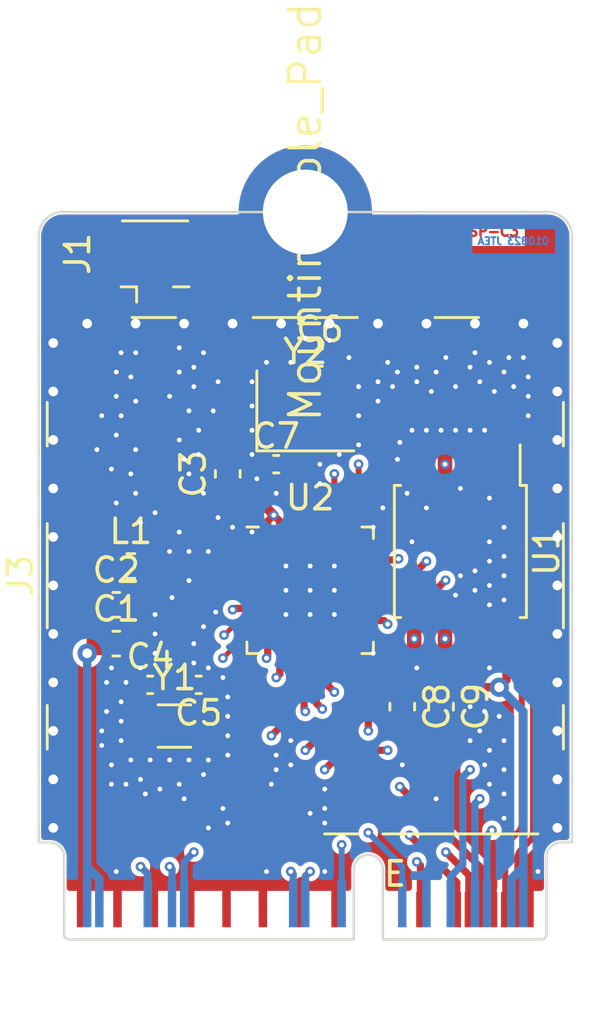
<source format=kicad_pcb>
(kicad_pcb (version 20211014) (generator pcbnew)
  (layers (0 "F.Cu" signal) (1 "In1.Cu" signal) (2 "In2.Cu" signal) (31 "B.Cu" signal) (34 "B.Paste" user) (35 "F.Paste" user) (36 "B.SilkS" user "B.Silkscreen") (37 "F.SilkS" user "F.Silkscreen") (38 "B.Mask" user) (39 "F.Mask" user) (44 "Edge.Cuts" user))
  (net 0 "")
  (net 1 "+3V3")
  (net 2 "GND")
  (net 3 "Net-(C4-Pad2)")
  (net 4 "Net-(C5-Pad2)")
  (net 5 "Net-(C6-Pad2)")
  (net 6 "Net-(C7-Pad2)")
  (net 7 "Net-(J1-Pad1)")
  (net 8 "ROM_CS")
  (net 9 "WKUP")
  (net 10 "Net-(L1-Pad2)")
  (net 11 "SCL")
  (net 12 "SDA")
  (net 13 "ROM_IO1")
  (net 14 "ROM_IO2")
  (net 15 "ROM_IO0")
  (net 16 "ROM_CLK")
  (net 17 "ROM_IO3")
  (net 18 "CHIP_EN")
  (net 19 "I2S_SCK")
  (net 20 "I2S_DOUT")
  (net 21 "I2S_WS")
  (net 22 "+3.3V")
  (net 23 "SPI_CLK")
  (net 24 "SPI_CS")
  (net 25 "USB_D-")
  (net 26 "USB_D+")
  (net 27 "RXD")
  (net 28 "TXD")
  (net 29 "SPI_MISO")
  (net 30 "SPI_MOSI")
  (footprint "Package_SO:SOIC-8_5.23x5.23mm_P1.27mm" (layer "F.Cu") (at 37.4 34 -90)
    (fp_text reference "U1")
    (fp_text value "W25Q32JVSS")
  )
  (footprint "Capacitor_SMD:C_0402_1005Metric" (layer "F.Cu") (at 24.6 39.5)
    (fp_text reference "C4")
    (fp_text value "7pF")
  )
  (footprint "RF_Shielding:Wuerth_36103205_20x20mm" (layer "F.Cu") (at 31 35 90)
    (fp_text reference "J3")
    (fp_text value "RFShield_OnePiece")
  )
  (footprint "Capacitor_SMD:C_0402_1005Metric" (layer "F.Cu") (at 29.8 30.4)
    (fp_text reference "C7")
    (fp_text value "15pF")
  )
  (footprint "Capacitor_SMD:C_0603_1608Metric" (layer "F.Cu") (at 23.2 36.2)
    (fp_text reference "C2")
    (fp_text value "0.1uF")
  )
  (footprint "Connector_PCBEdge_M.2:M.2_E" (layer "F.Cu") (at 31 50)
    (fp_text reference "J2" hide)
    (fp_text value "Bus_M.2_Socket_E")
    (fp_line (start 2 -2.9) (end 2 0) (layer "Edge.Cuts") (width 0.1))
    (fp_line (start 9.95 -0.2) (end 9.95 -3.4) (layer "Edge.Cuts") (width 0.1))
    (fp_line (start -9.95 -3.4) (end -9.95 -0.2) (layer "Edge.Cuts") (width 0.1))
    (fp_line (start -9.75 0) (end 2 0) (layer "Edge.Cuts") (width 0.1))
    (fp_line (start 3.2 0) (end 9.75 0) (layer "Edge.Cuts") (width 0.1))
    (fp_line (start 3.2 -2.9) (end 3.2 0) (layer "Edge.Cuts") (width 0.1))
    (fp_arc (start 2 -2.9) (mid 2.6 -3.5) (end 3.2 -2.9) (layer "Edge.Cuts") (width 0.1))
    (fp_arc (start -10.55 -4) (mid -10.125736 -3.824264) (end -9.95 -3.4) (layer "Edge.Cuts") (width 0.1))
    (fp_arc (start 9.95 -0.2) (mid 9.891421 -0.058579) (end 9.75 0) (layer "Edge.Cuts") (width 0.1))
    (fp_arc (start 9.95 -3.4) (mid 10.125736 -3.824264) (end 10.55 -4) (layer "Edge.Cuts") (width 0.1))
    (fp_arc (start -9.75 0) (mid -9.891421 -0.058579) (end -9.95 -0.2) (layer "Edge.Cuts") (width 0.1))
  )
  (footprint "Connector_Coaxial:U.FL_Hirose_U.FL-R-SMT-1_Vertical" (layer "F.Cu") (at 24.8 22.2 90)
    (fp_text reference "J1")
    (fp_text value "Conn_01x02")
  )
  (footprint "Package_DFN_QFN:QFN-32-1EP_5x5mm_P0.5mm_EP3.45x3.45mm_ThermalVias" (layer "F.Cu") (at 31.2 35.6)
    (fp_text reference "U2")
    (fp_text value "ESP32-C3")
  )
  (footprint "Capacitor_SMD:C_0603_1608Metric" (layer "F.Cu") (at 23.2 37.8)
    (fp_text reference "C1")
    (fp_text value "4.7uF")
  )
  (footprint "Capacitor_SMD:C_0402_1005Metric" (layer "F.Cu") (at 31.6 26)
    (fp_text reference "C6")
    (fp_text value "15pF")
  )
  (footprint "clipboard:b5ac07d7-f8d1-48bd-96f9-ddd14d7acfe7" (layer "F.Cu") (at 31 20 90)
    (fp_text reference "H1")
    (fp_text value "MountingHole_Pad")
  )
  (footprint "Crystal:Crystal_SMD_3215-2Pin_3.2x1.5mm" (layer "F.Cu") (at 25.6 41.2)
    (fp_text reference "Y1")
    (fp_text value "32.768kHz")
  )
  (footprint "Capacitor_SMD:C_0402_1005Metric" (layer "F.Cu") (at 26.6 39.5 180)
    (fp_text reference "C5")
    (fp_text value "7pF")
  )
  (footprint "Crystal:Crystal_SMD_3225-4Pin_3.2x2.5mm" (layer "F.Cu") (at 31 28.2)
    (fp_text reference "Y2")
    (fp_text value "40MHz")
  )
  (footprint "Inductor_SMD:L_0603_1608Metric" (layer "F.Cu") (at 23.8 34.6)
    (fp_text reference "L1")
    (fp_text value "2.2nH")
  )
  (footprint "Capacitor_SMD:C_0603_1608Metric" (layer "F.Cu") (at 35 40.4 -90)
    (fp_text reference "C8")
    (fp_text value "10uF")
  )
  (footprint "Capacitor_SMD:C_0603_1608Metric" (layer "F.Cu") (at 27.8 30.8 90)
    (fp_text reference "C3")
    (fp_text value "0.1uF")
  )
  (footprint "Capacitor_SMD:C_0603_1608Metric" (layer "F.Cu") (at 36.6 40.4 -90)
    (fp_text reference "C9")
    (fp_text value "0.1uF")
  )
  (gr_arc (start 20 21) (mid 20.292893 20.292893) (end 21 20) (layer "Edge.Cuts") (width 0.1))
  (gr_line (start 20.45 46) (end 20 46) (layer "Edge.Cuts") (width 0.1))
  (gr_arc (start 41 20) (mid 41.707107 20.292893) (end 42 21) (layer "Edge.Cuts") (width 0.1))
  (gr_line (start 41.55 46) (end 42 46) (layer "Edge.Cuts") (width 0.1))
  (gr_line (start 42 21) (end 42 46) (layer "Edge.Cuts") (width 0.1))
  (gr_line (start 21 20) (end 41 20) (layer "Edge.Cuts") (width 0.1))
  (gr_line (start 20 46) (end 20 21) (layer "Edge.Cuts") (width 0.1))
  (gr_text "MiniESP-C3" (at 38 20.8) (layer "F.Cu") (effects (font (size 0.4 0.4) (thickness 0.1))))
  (gr_text "010823 JTEA" (at 41.1 21.2) (layer "B.Cu") (effects (font (size 0.3 0.3) (thickness 0.075)) (justify left mirror)))
  (gr_text "E" (at 34.7 47.3) (layer "F.SilkS") (effects (font (size 1 1))))
  (segment (start 39.305 39.295) (end 39.305 37.6) (width 0.35) (layer "F.Cu") (net 1))
  (segment (start 39 39.6) (end 36.625 39.6) (width 0.35) (layer "F.Cu") (net 1))
  (segment (start 22.425 37.8) (end 22.425 35.1875) (width 0.6) (layer "F.Cu") (net 1))
  (segment (start 29.95 33.1625) (end 29.95 32.75) (width 0.3) (layer "F.Cu") (net 1))
  (segment (start 29.45 32.75) (end 29.7 32.5) (width 0.3) (layer "F.Cu") (net 1))
  (segment (start 28.775 31.575) (end 27.8 31.575) (width 0.4) (layer "F.Cu") (net 1))
  (segment (start 29.95 32.75) (end 29.7 32.5) (width 0.3) (layer "F.Cu") (net 1))
  (segment (start 22.425 35.1875) (end 23.0125 34.6) (width 0.6) (layer "F.Cu") (net 1))
  (segment (start 34.6 39.225) (end 34.6 38) (width 0.3) (layer "F.Cu") (net 1))
  (segment (start 36.625 39.6) (end 36.6 39.625) (width 0.35) (layer "F.Cu") (net 1))
  (segment (start 39 39.6) (end 39.305 39.295) (width 0.35) (layer "F.Cu") (net 1))
  (segment (start 29.45 33.1625) (end 29.45 32.75) (width 0.3) (layer "F.Cu") (net 1))
  (segment (start 36.6 39.625) (end 35 39.625) (width 0.35) (layer "F.Cu") (net 1))
  (segment (start 34.6 38) (end 33.95 37.35) (width 0.3) (layer "F.Cu") (net 1))
  (segment (start 29.7 32.5) (end 28.775 31.575) (width 0.4) (layer "F.Cu") (net 1))
  (segment (start 35 39.625) (end 34.6 39.225) (width 0.3) (layer "F.Cu") (net 1))
  (segment (start 33.95 37.35) (end 33.6375 37.35) (width 0.3) (layer "F.Cu") (net 1))
  (via (at 22 38.2) (size 0.8) (drill 0.4) (layers "F.Cu" "B.Cu") (net 1))
  (via (at 39 39.6) (size 0.8) (drill 0.4) (layers "F.Cu" "B.Cu") (net 1))
  (via (at 29.7 32.5) (size 0.4) (drill 0.2) (layers "F.Cu" "B.Cu") (net 1))
  (segment (start 22.5 48.525) (end 22.5 47.5) (width 0.35) (layer "B.Cu") (net 1))
  (segment (start 39.5 48.525) (end 39.5 47.5) (width 0.35) (layer "B.Cu") (net 1))
  (segment (start 39.5 47.5) (end 40 47) (width 0.35) (layer "B.Cu") (net 1))
  (segment (start 22.5 47.5) (end 22 47) (width 0.35) (layer "B.Cu") (net 1))
  (segment (start 22 48.525) (end 22 47) (width 0.35) (layer "B.Cu") (net 1))
  (segment (start 39 39.6) (end 40 40.6) (width 0.35) (layer "B.Cu") (net 1))
  (segment (start 40 47) (end 40 48.525) (width 0.35) (layer "B.Cu") (net 1))
  (segment (start 40 40.6) (end 40 47) (width 0.35) (layer "B.Cu") (net 1))
  (segment (start 22 47) (end 22 38.2) (width 0.35) (layer "B.Cu") (net 1))
  (segment (start 27.75 48.775) (end 27.75 47.85) (width 0.35) (layer "F.Cu") (net 2))
  (segment (start 26.25 48.775) (end 26.25 47.8) (width 0.35) (layer "F.Cu") (net 2))
  (segment (start 29.25 48.775) (end 29.25 47.85) (width 0.35) (layer "F.Cu") (net 2))
  (segment (start 30.75 48.775) (end 30.75 47.85) (width 0.35) (layer "F.Cu") (net 2))
  (segment (start 38.75 48.775) (end 38.75 47.8) (width 0.3) (layer "F.Cu") (net 2))
  (segment (start 24.75 48.775) (end 24.75 47.85) (width 0.35) (layer "F.Cu") (net 2))
  (segment (start 40.25 48.775) (end 40.25 47.8) (width 0.35) (layer "F.Cu") (net 2))
  (segment (start 21.75 48.775) (end 21.75 47.85) (width 0.35) (layer "F.Cu") (net 2))
  (segment (start 23.25 48.775) (end 23.25 47.85) (width 0.35) (layer "F.Cu") (net 2))
  (segment (start 32.25 48.775) (end 32.25 47.85) (width 0.35) (layer "F.Cu") (net 2))
  (via (at 28.8 27) (size 0.4) (drill 0.2) (layers "F.Cu" "B.Cu") (net 2))
  (via (at 41.4 43.4) (size 0.8) (drill 0.4) (layers "F.Cu" "B.Cu") (net 2))
  (via (at 39.2 36) (size 0.4) (drill 0.2) (layers "F.Cu" "B.Cu") (net 2))
  (via (at 31.6 31.2) (size 0.4) (drill 0.2) (layers "F.Cu" "B.Cu") (net 2))
  (via (at 39.6 27.2) (size 0.4) (drill 0.2) (layers "F.Cu" "B.Cu") (net 2))
  (via (at 37.4 31.4) (size 0.4) (drill 0.2) (layers "F.Cu" "B.Cu") (net 2))
  (via (at 20.6 25.4) (size 0.8) (drill 0.4) (layers "F.Cu" "B.Cu") (net 2))
  (via (at 23.2 27.6) (size 0.4) (drill 0.2) (layers "F.Cu" "B.Cu") (net 2))
  (via (at 23.2 32) (size 0.4) (drill 0.2) (layers "F.Cu" "B.Cu") (net 2))
  (via (at 24.4 44) (size 0.4) (drill 0.2) (layers "F.Cu" "B.Cu") (net 2))
  (via (at 20.6 41.4) (size 0.8) (drill 0.4) (layers "F.Cu" "B.Cu") (net 2))
  (via (at 38.6 42.2) (size 0.4) (drill 0.2) (layers "F.Cu" "B.Cu") (net 2))
  (via (at 26.2 34) (size 0.4) (drill 0.2) (layers "F.Cu" "B.Cu") (net 2))
  (via (at 31 25.2) (size 0.4) (drill 0.2) (layers "F.Cu" "B.Cu") (net 2))
  (via (at 23.8 30.8) (size 0.4) (drill 0.2) (layers "F.Cu" "B.Cu") (net 2))
  (via (at 39.4 26) (size 0.4) (drill 0.2) (layers "F.Cu" "B.Cu") (net 2))
  (via (at 38 35.6) (size 0.4) (drill 0.2) (layers "F.Cu" "B.Cu") (net 2))
  (via (at 41.4 41.4) (size 0.8) (drill 0.4) (layers "F.Cu" "B.Cu") (net 2))
  (via (at 25.4 27.6) (size 0.4) (drill 0.2) (layers "F.Cu" "B.Cu") (net 2))
  (via (at 36.6 29) (size 0.4) (drill 0.2) (layers "F.Cu" "B.Cu") (net 2))
  (via (at 23.2 26.6) (size 0.4) (drill 0.2) (layers "F.Cu" "B.Cu") (net 2))
  (via (at 33.8 33) (size 0.4) (drill 0.2) (layers "F.Cu" "B.Cu") (net 2))
  (via (at 26.4 27.2) (size 0.4) (drill 0.2) (layers "F.Cu" "B.Cu") (net 2))
  (via (at 29.8 42.4) (size 0.4) (drill 0.2) (layers "F.Cu" "B.Cu") (net 2))
  (via (at 41.4 27.4) (size 0.8) (drill 0.4) (layers "F.Cu" "B.Cu") (net 2))
  (via (at 20.6 27.4) (size 0.8) (drill 0.4) (layers "F.Cu" "B.Cu") (net 2))
  (via (at 37.8 26.4) (size 0.4) (drill 0.2) (layers "F.Cu" "B.Cu") (net 2))
  (via (at 23.2 29.2) (size 0.4) (drill 0.2) (layers "F.Cu" "B.Cu") (net 2))
  (via (at 34 27.8) (size 0.4) (drill 0.2) (layers "F.Cu" "B.Cu") (net 2))
  (via (at 26.4 37.8) (size 0.4) (drill 0.2) (layers "F.Cu" "B.Cu") (net 2))
  (via (at 29.6 43.6) (size 0.4) (drill 0.2) (layers "F.Cu" "B.Cu") (net 2))
  (via (at 32.4 30) (size 0.4) (drill 0.2) (layers "F.Cu" "B.Cu") (net 2))
  (via (at 38.4 29) (size 0.4) (drill 0.2) (layers "F.Cu" "B.Cu") (net 2))
  (via (at 40.6 47.2) (size 0.4) (drill 0.2) (layers "F.Cu" "B.Cu") (net 2))
  (via (at 22 24.6) (size 0.8) (drill 0.4) (layers "F.Cu" "B.Cu") (net 2))
  (via (at 38.6 36.2) (size 0.4) (drill 0.2) (layers "F.Cu" "B.Cu") (net 2))
  (via (at 25 43.8) (size 0.4) (drill 0.2) (layers "F.Cu" "B.Cu") (net 2))
  (via (at 20.6 45.4) (size 0.8) (drill 0.4) (layers "F.Cu" "B.Cu") (net 2))
  (via (at 22.8 39.4) (size 0.4) (drill 0.2) (layers "F.Cu" "B.Cu") (net 2))
  (via (at 28 33) (size 0.4) (drill 0.2) (layers "F.Cu" "B.Cu") (net 2))
  (via (at 27.8 41.6) (size 0.4) (drill 0.2) (layers "F.Cu" "B.Cu") (net 2))
  (via (at 38.8 27.4) (size 0.4) (drill 0.2) (layers "F.Cu" "B.Cu") (net 2))
  (via (at 22.4 29.8) (size 0.4) (drill 0.2) (layers "F.Cu" "B.Cu") (net 2))
  (via (at 35.2 31.6) (size 0.4) (drill 0.2) (layers "F.Cu" "B.Cu") (net 2))
  (via (at 23.4 41.8) (size 0.4) (drill 0.2) (layers "F.Cu" "B.Cu") (net 2))
  (via (at 30.4 41.8) (size 0.4) (drill 0.2) (layers "F.Cu" "B.Cu") (net 2))
  (via (at 38.2 27) (size 0.4) (drill 0.2) (layers "F.Cu" "B.Cu") (net 2))
  (via (at 40.2 28.4) (size 0.4) (drill 0.2) (layers "F.Cu" "B.Cu") (net 2))
  (via (at 31.8 43.8) (size 0.4) (drill 0.2) (layers "F.Cu" "B.Cu") (net 2))
  (via (at 30.4 26.2) (size 0.4) (drill 0.2) (layers "F.Cu" "B.Cu") (net 2))
  (via (at 28.8 28) (size 0.4) (drill 0.2) (layers "F.Cu" "B.Cu") (net 2))
  (via (at 41.4 29.4) (size 0.8) (drill 0.4) (layers "F.Cu" "B.Cu") (net 2))
  (via (at 38.6 38.8) (size 0.4) (drill 0.2) (layers "F.Cu" "B.Cu") (net 2))
  (via (at 25.4 42.6) (size 0.4) (drill 0.2) (layers "F.Cu" "B.Cu") (net 2))
  (via (at 38.6 33.6) (size 0.4) (drill 0.2) (layers "F.Cu" "B.Cu") (net 2))
  (via (at 41.4 33.4) (size 0.8) (drill 0.4) (layers "F.Cu" "B.Cu") (net 2))
  (via (at 23 43.6) (size 0.4) (drill 0.2) (layers "F.Cu" "B.Cu") (net 2))
  (via (at 23 42.8) (size 0.4) (drill 0.2) (layers "F.Cu" "B.Cu") (net 2))
  (via (at 29.8 43) (size 0.4) (drill 0.2) (layers "F.Cu" "B.Cu") (net 2))
  (via (at 39.2 33) (size 0.4) (drill 0.2) (layers "F.Cu" "B.Cu") (net 2))
  (via (at 38.4 42.8) (size 0.4) (drill 0.2) (layers "F.Cu" "B.Cu") (net 2))
  (via (at 26.4 38.6) (size 0.4) (drill 0.2) (layers "F.Cu" "B.Cu") (net 2))
  (via (at 27.4 32.6) (size 0.4) (drill 0.2) (layers "F.Cu" "B.Cu") (net 2))
  (via (at 23.8 42.6) (size 0.4) (drill 0.2) (layers "F.Cu" "B.Cu") (net 2))
  (via (at 35.6 26.4) (size 0.4) (drill 0.2) (layers "F.Cu" "B.Cu") (net 2))
  (via (at 37.8 41.8) (size 0.4) (drill 0.2) (layers "F.Cu" "B.Cu") (net 2))
  (via (at 24.8 36.6) (size 0.4) (drill 0.2) (layers "F.Cu" "B.Cu") (net 2))
  (via (at 39.2 34.2) (size 0.4) (drill 0.2) (layers "F.Cu" "B.Cu") (net 2))
  (via (at 29.8 31.6) (size 0.4) (drill 0.2) (layers "F.Cu" "B.Cu") (net 2))
  (via (at 27.8 40) (size 0.4) (drill 0.2) (layers "F.Cu" "B.Cu") (net 2))
  (via (at 27 42.6) (size 0.4) (drill 0.2) (layers "F.Cu" "B.Cu") (net 2))
  (via (at 37.8 40.4) (size 0.4) (drill 0.2) (layers "F.Cu" "B.Cu") (net 2))
  (via (at 28.8 30) (size 0.4) (drill 0.2) (layers "F.Cu" "B.Cu") (net 2))
  (via (at 26.2 35.2) (size 0.4) (drill 0.2) (layers "F.Cu" "B.Cu") (net 2))
  (via (at 24.2 43.4) (size 0.4) (drill 0.2) (layers "F.Cu" "B.Cu") (net 2))
  (via (at 26.6 29) (size 0.4) (drill 0.2) (layers "F.Cu" "B.Cu") (net 2))
  (via (at 25.4 34) (size 0.4) (drill 0.2) (layers "F.Cu" "B.Cu") (net 2))
  (via (at 20.6 37.4) (size 0.8) (drill 0.4) (layers "F.Cu" "B.Cu") (net 2))
  (via (at 27.8 45.2) (size 0.4) (drill 0.2) (layers "F.Cu" "B.Cu") (net 2))
  (via (at 37.8 29) (size 0.4) (drill 0.2) (layers "F.Cu" "B.Cu") (net 2))
  (via (at 38.6 31.8) (size 0.4) (drill 0.2) (layers "F.Cu" "B.Cu") (net 2))
  (via (at 36.4 26.6) (size 0.4) (drill 0.2) (layers "F.Cu" "B.Cu") (net 2))
  (via (at 35.6 27) (size 0.4) (drill 0.2) (layers "F.Cu" "B.Cu") (net 2))
  (via (at 31.6 30.4) (size 0.4) (drill 0.2) (layers "F.Cu" "B.Cu") (net 2))
  (via (at 28.8 29) (size 0.4) (drill 0.2) (layers "F.Cu" "B.Cu") (net 2))
  (via (at 29 31) (size 0.4) (drill 0.2) (layers "F.Cu" "B.Cu") (net 2))
  (via (at 30 24.6) (size 0.8) (drill 0.4) (layers "F.Cu" "B.Cu") (net 2))
  (via (at 26.8 25.8) (size 0.4) (drill 0.2) (layers "F.Cu" "B.Cu") (net 2))
  (via (at 26.2 30.8) (size 0.4) (drill 0.2) (layers "F.Cu" "B.Cu") (net 2))
  (via (at 33.2 28.4) (size 0.4) (drill 0.2) (layers "F.Cu" "B.Cu") (net 2))
  (via (at 26.4 26.4) (size 0.4) (drill 0.2) (layers "F.Cu" "B.Cu") (net 2))
  (via (at 39.2 35) (size 0.4) (drill 0.2) (layers "F.Cu" "B.Cu") (net 2))
  (via (at 36 24.6) (size 0.8) (drill 0.4) (layers "F.Cu" "B.Cu") (net 2))
  (via (at 24 29.8) (size 0.4) (drill 0.2) (layers "F.Cu" "B.Cu") (net 2))
  (via (at 23.6 39.4) (size 0.4) (drill 0.2) (layers "F.Cu" "B.Cu") (net 2))
  (via (at 24 27.8) (size 0.4) (drill 0.2) (layers "F.Cu" "B.Cu") (net 2))
  (via (at 41.4 39.4) (size 0.8) (drill 0.4) (layers "F.Cu" "B.Cu") (net 2))
  (via (at 29.4 26.2) (size 0.4) (drill 0.2) (layers "F.Cu" "B.Cu") (net 2))
  (via (at 33.2 29.6) (size 0.4) (drill 0.2) (layers "F.Cu" "B.Cu") (net 2))
  (via (at 31.8 44.6) (size 0.4) (drill 0.2) (layers "F.Cu" "B.Cu") (net 2))
  (via (at 40 26) (size 0.4) (drill 0.2) (layers "F.Cu" "B.Cu") (net 2))
  (via (at 35.4 29) (size 0.4) (drill 0.2) (layers "F.Cu" "B.Cu") (net 2))
  (via (at 25.8 25.6) (size 0.4) (drill 0.2) (layers "F.Cu" "B.Cu") (net 2))
  (via (at 39.2 41.8) (size 0.4) (drill 0.2) (layers "F.Cu" "B.Cu") (net 2))
  (via (at 23.4 40.2) (size 0.4) (drill 0.2) (layers "F.Cu" "B.Cu") (net 2))
  (via (at 34 24.6) (size 0.8) (drill 0.4) (layers "F.Cu" "B.Cu") (net 2))
  (via (at 34.4 26.2) (size 0.4) (drill 0.2) (layers "F.Cu" "B.Cu") (net 2))
  (via (at 22.8 40.6) (size 0.4) (drill 0.2) (layers "F.Cu" "B.Cu") (net 2))
  (via (at 41.4 25.4) (size 0.8) (drill 0.4) (layers "F.Cu" "B.Cu") (net 2))
  (via (at 38.6 35.4) (size 0.4) (drill 0.2) (layers "F.Cu" "B.Cu") (net 2))
  (via (at 28 24.6) (size 0.8) (drill 0.4) (layers "F.Cu" "B.Cu") (net 2))
  (via (at 27.3 36.5) (size 0.4) (drill 0.2) (layers "F.Cu" "B.Cu") (net 2))
  (via (at 35.4 33.6) (size 0.4) (drill 0.2) (layers "F.Cu" "B.Cu") (net 2))
  (via (at 34.2 32.2) (size 0.4) (drill 0.2) (layers "F.Cu" "B.Cu") (net 2))
  (via (at 38 25.8) (size 0.4) (drill 0.2) (layers "F.Cu" "B.Cu") (net 2))
  (via (at 32 25.2905) (size 0.4) (drill 0.2) (layers "F.Cu" "B.Cu") (net 2))
  (via (at 38 34.8) (size 0.4) (drill 0.2) (layers "F.Cu" "B.Cu") (net 2))
  (via (at 38.6 43.6) (size 0.4) (drill 0.2) (layers "F.Cu" "B.Cu") (net 2))
  (via (at 22.6 42) (size 0.4) (drill 0.2) (layers "F.Cu" "B.Cu") (net 2))
  (via (at 25.8 43.6) (size 0.4) (drill 0.2) (layers "F.Cu" "B.Cu") (net 2))
  (via (at 40.2 27.6) (size 0.4) (drill 0.2) (layers "F.Cu" "B.Cu") (net 2))
  (via (at 23.2 47.2) (size 0.4) (drill 0.2) (layers "F.Cu" "B.Cu") (net 2))
  (via (at 37.2 27.2) (size 0.4) (drill 0.2) (layers "F.Cu" "B.Cu") (net 2))
  (via (at 26.6 30) (size 0.4) (drill 0.2) (layers "F.Cu" "B.Cu") (net 2))
  (via (at 27 45.4) (size 0.4) (drill 0.2) (layers "F.Cu" "B.Cu") (net 2))
  (via (at 31.8 47.2) (size 0.4) (drill 0.2) (layers "F.Cu" "B.Cu") (net 2))
  (via (at 20.6 29.4) (size 0.8) (drill 0.4) (layers "F.Cu" "B.Cu") (net 2))
  (via (at 25.8 26.6) (size 0.4) (drill 0.2) (layers "F.Cu" "B.Cu") (net 2))
  (via (at 35 42.8) (size 0.4) (drill 0.2) (layers "F.Cu" "B.Cu") (net 2))
  (via (at 26.8 43.2) (size 0.4) (drill 0.2) (layers "F.Cu" "B.Cu") (net 2))
  (via (at 31.2 44.8) (size 0.4) (drill 0.2) (layers "F.Cu" "B.Cu") (net 2))
  (via (at 36 32.2) (size 0.4) (drill 0.2) (layers "F.Cu" "B.Cu") (net 2))
  (via (at 20.6 31.4) (size 0.8) (drill 0.4) (layers "F.Cu" "B.Cu") (net 2))
  (via (at 39.2 26.6) (size 0.4) (drill 0.2) (layers "F.Cu" "B.Cu") (net 2))
  (via (at 24.2 38.8) (size 0.4) (drill 0.2) (layers "F.Cu" "B.Cu") (net 2))
  (via (at 26.2 28.2) (size 0.4) (drill 0.2) (layers "F.Cu" "B.Cu") (net 2))
  (via (at 39.2 43) (size 0.4) (drill 0.2) (layers "F.Cu" "B.Cu") (net 2))
  (via (at 33.8 38.2) (size 0.4) (drill 0.2) (layers "F.Cu" "B.Cu") (net 2))
  (via (at 36.8 26) (size 0.4) (drill 0.2) (layers "F.Cu" "B.Cu") (net 2))
  (via (at 39.2 44) (size 0.4) (drill 0.2) (layers "F.Cu" "B.Cu") (net 2))
  (via (at 26.2 42.6) (size 0.4) (drill 0.2) (layers "F.Cu" "B.Cu") (net 2))
  (via (at 38.6 26.2) (size 0.4) (drill 0.2) (layers "F.Cu" "B.Cu") (net 2))
  (via (at 23 30.6) (size 0.4) (drill 0.2) (layers "F.Cu" "B.Cu") (net 2))
  (via (at 40 24.6) (size 0.8) (drill 0.4) (layers "F.Cu" "B.Cu") (net 2))
  (via (at 23 38.8) (size 0.4) (drill 0.2) (layers "F.Cu" "B.Cu") (net 2))
  (via (at 40.2 26.8) (size 0.4) (drill 0.2) (layers "F.Cu" "B.Cu") (net 2))
  (via (at 22.6 41.4) (size 0.4) (drill 0.2) (layers "F.Cu" "B.Cu") (net 2))
  (via (at 37.4 35) (size 0.4) (drill 0.2) (layers "F.Cu" "B.Cu") (net 2))
  (via (at 24.8 32.4) (size 0.4) (drill 0.2) (layers "F.Cu" "B.Cu") (net 2))
  (via (at 23.8 26.8) (size 0.4) (drill 0.2) (layers "F.Cu" "B.Cu") (net 2))
  (via (at 27.6 39.2) (size 0.4) (drill 0.2) (layers "F.Cu" "B.Cu") (net 2))
  (via (at 20.6 35.4) (size 0.8) (drill 0.4) (layers "F.Cu" "B.Cu") (net 2))
  (via (at 35.6 38.8) (size 0.4) (drill 0.2) (layers "F.Cu" "B.Cu") (net 2))
  (via (at 36.2 27.4) (size 0.4) (drill 0.2) (layers "F.Cu" "B.Cu") (net 2))
  (via (at 26 30.2) (size 0.4) (drill 0.2) (layers "F.Cu" "B.Cu") (net 2))
  (via (at 27 34) (size 0.4) (drill 0.2) (layers "F.Cu" "B.Cu") (net 2))
  (via (at 32 24.6) (size 0.8) (drill 0.4) (layers "F.Cu" "B.Cu") (net 2))
  (via (at 30.4 42.8) (size 0.4) (drill 0.2) (layers "F.Cu" "B.Cu") (net 2))
  (via (at 34 27) (size 0.4) (drill 0.2) (layers "F.Cu" "B.Cu") (net 2))
  (via (at 25.8 29.4) (size 0.4) (drill 0.2) (layers "F.Cu" "B.Cu") (net 2))
  (via (at 24.8 38.2) (size 0.4) (drill 0.2) (layers "F.Cu" "B.Cu") (net 2))
  (via (at 34.8 26.6) (size 0.4) (drill 0.2) (layers "F.Cu" "B.Cu") (net 2))
  (via (at 36 29) (size 0.4) (drill 0.2) (layers "F.Cu" "B.Cu") (net 2))
  (via (at 27 38.8) (size 0.4) (drill 0.2) (layers "F.Cu" "B.Cu") (net 2))
  (via (at 37.2 35.8) (size 0.4) (drill 0.2) (layers "F.Cu" "B.Cu") (net 2))
  (via (at 38.2 41.4) (size 0.4) (drill 0.2) (layers "F.Cu" "B.Cu") (net 2))
  (via (at 39 40.8) (size 0.4) (drill 0.2) (layers "F.Cu" "B.Cu") (net 2))
  (via (at 23.4 25.8) (size 0.4) (drill 0.2) (layers "F.Cu" "B.Cu") (net 2))
  (via (at 24 31.6) (size 0.4) (drill 0.2) (layers "F.Cu" "B.Cu") (net 2))
  (via (at 38.4 40.6) (size 0.4) (drill 0.2) (layers "F.Cu" "B.Cu") (net 2))
  (via (at 28.8 33.2) (size 0.4) (drill 0.2) (layers "F.Cu" "B.Cu") (net 2))
  (via (at 34.8 30.2) (size 0.4) (drill 0.2) (layers "F.Cu" "B.Cu") (net 2))
  (via (at 26.8 31.6) (size 0.4) (drill 0.2) (layers "F.Cu" "B.Cu") (net 2))
  (via (at 27.4 27) (size 0.4) (drill 0.2) (layers "F.Cu" "B.Cu") (net 2))
  (via (at 34.9 29.5) (size 0.4) (drill 0.2) (layers "F.Cu" "B.Cu") (net 2))
  (via (at 24.2 32.8) (size 0.4) (drill 0.2) (layers "F.Cu" "B.Cu") (net 2))
  (via (at 27.8 40.8) (size 0.4) (drill 0.2) (layers "F.Cu" "B.Cu") (net 2))
  (via (at 39.2 45) (size 0.4) (drill 0.2) (layers "F.Cu" "B.Cu") (net 2))
  (via (at 26.8 37.1) (size 0.4) (drill 0.2) (layers "F.Cu" "B.Cu") (net 2))
  (via (at 41.4 37.4) (size 0.8) (drill 0.4) (layers "F.Cu" "B.Cu") (net 2))
  (via (at 32.8 26) (size 0.4) (drill 0.2) (layers "F.Cu" "B.Cu") (net 2))
  (via (at 26 24.6) (size 0.8) (drill 0.4) (layers "F.Cu" "B.Cu") (net 2))
  (via (at 31.8 45.2) (size 0.4) (drill 0.2) (layers "F.Cu" "B.Cu") (net 2))
  (via (at 23.6 43.6) (size 0.4) (drill 0.2) (layers "F.Cu" "B.Cu") (net 2))
  (via (at 24 24.6) (size 0.8) (drill 0.4) (layers "F.Cu" "B.Cu") (net 2))
  (via (at 34.6 27.2) (size 0.4) (drill 0.2) (layers "F.Cu" "B.Cu") (net 2))
  (via (at 41.4 35.4) (size 0.8) (drill 0.4) (layers "F.Cu" "B.Cu") (net 2))
  (via (at 25.5 35.9) (size 0.4) (drill 0.2) (layers "F.Cu" "B.Cu") (net 2))
  (via (at 33.2 27.2) (size 0.4) (drill 0.2) (layers "F.Cu" "B.Cu") (net 2))
  (via (at 22.6 28.4) (size 0.4) (drill 0.2) (layers "F.Cu" "B.Cu") (net 2))
  (via (at 38 24.6) (size 0.8) (drill 0.4) (layers "F.Cu" "B.Cu") (net 2))
  (via (at 27.8 42.4) (size 0.4) (drill 0.2) (layers "F.Cu" "B.Cu") (net 2))
  (via (at 23.4 41) (size 0.4) (drill 0.2) (layers "F.Cu" "B.Cu") (net 2))
  (via (at 38.6 34.4) (size 0.4) (drill 0.2) (layers "F.Cu" "B.Cu") (net 2))
  (via (at 36.4 44.2) (size 0.4) (drill 0.2) (layers "F.Cu" "B.Cu") (net 2))
  (via (at 29.4 47.2) (size 0.4) (drill 0.2) (layers "F.Cu" "B.Cu") (net 2))
  (via (at 24 25.8) (size 0.4) (drill 0.2) (layers "F.Cu" "B.Cu") (net 2))
  (via (at 37.2 29) (size 0.4) (drill 0.2) (layers "F.Cu" "B.Cu") (net 2))
  (via (at 27.6 44.6) (size 0.4) (drill 0.2) (layers "F.Cu" "B.Cu") (net 2))
  (via (at 24.8 37.4) (size 0.4) (drill 0.2) (layers "F.Cu" "B.Cu") (net 2))
  (via (at 25.8 33.2) (size 0.4) (drill 0.2) (layers "F.Cu" "B.Cu") (net 2))
  (via (at 20.6 43.4) (size 0.8) (drill 0.4) (layers "F.Cu" "B.Cu") (net 2))
  (via (at 20.6 33.4) (size 0.8) (drill 0.4) (layers "F.Cu" "B.Cu") (net 2))
  (via (at 20.6 39.4) (size 0.8) (drill 0.4) (layers "F.Cu" "B.Cu") (net 2))
  (via (at 41.4 45.4) (size 0.8) (drill 0.4) (layers "F.Cu" "B.Cu") (net 2))
  (via (at 27.2 28.2) (size 0.4) (drill 0.2) (layers "F.Cu" "B.Cu") (net 2))
  (via (at 24.6 42.6) (size 0.4) (drill 0.2) (layers "F.Cu" "B.Cu") (net 2))
  (via (at 41.4 31.4) (size 0.8) (drill 0.4) (layers "F.Cu" "B.Cu") (net 2))
  (via (at 23.4 28.4) (size 0.4) (drill 0.2) (layers "F.Cu" "B.Cu") (net 2))
  (via (at 26 44.2) (size 0.4) (drill 0.2) (layers "F.Cu" "B.Cu") (net 2))
  (segment (start 36 48.525) (end 36 47.4) (width 0.35) (layer "B.Cu") (net 2))
  (segment (start 25.08 39.5) (end 25.35 39.23) (width 0.3) (layer "F.Cu") (net 3))
  (segment (start 25.35 39.23) (end 25.35 36.942894) (width 0.3) (layer "F.Cu") (net 3))
  (segment (start 26.942894 35.35) (end 28.7625 35.35) (width 0.3) (layer "F.Cu") (net 3))
  (segment (start 24.35 41.2) (end 25.08 40.47) (width 0.3) (layer "F.Cu") (net 3))
  (segment (start 25.08 40.47) (end 25.08 39.5) (width 0.3) (layer "F.Cu") (net 3))
  (segment (start 25.35 36.942894) (end 26.942894 35.35) (width 0.3) (layer "F.Cu") (net 3))
  (segment (start 26.12 39.5) (end 25.85 39.23) (width 0.3) (layer "F.Cu") (net 4))
  (segment (start 25.85 39.23) (end 25.85 37.15) (width 0.3) (layer "F.Cu") (net 4))
  (segment (start 25.85 37.15) (end 27.15 35.85) (width 0.3) (layer "F.Cu") (net 4))
  (segment (start 26.12 40.47) (end 26.12 39.5) (width 0.3) (layer "F.Cu") (net 4))
  (segment (start 26.85 41.2) (end 26.12 40.47) (width 0.3) (layer "F.Cu") (net 4))
  (segment (start 27.15 35.85) (end 28.7625 35.85) (width 0.3) (layer "F.Cu") (net 4))
  (segment (start 32 27.35) (end 32.1 27.35) (width 0.3) (layer "F.Cu") (net 5))
  (segment (start 32.1 26.02) (end 32.08 26) (width 0.3) (layer "F.Cu") (net 5))
  (segment (start 32.1 27.35) (end 32.1 26.02) (width 0.3) (layer "F.Cu") (net 5))
  (segment (start 30.95 28.4) (end 32 27.35) (width 0.3) (layer "F.Cu") (net 5))
  (segment (start 30.95 33.1625) (end 30.95 28.4) (width 0.3) (layer "F.Cu") (net 5))
  (segment (start 30.45 33.1625) (end 30.45 29.6) (width 0.3) (layer "F.Cu") (net 6))
  (segment (start 30.45 29.6) (end 29.9 29.05) (width 0.3) (layer "F.Cu") (net 6))
  (segment (start 24.8 30.171573) (end 24.8 23.25) (width 0.3) (layer "F.Cu") (net 7))
  (segment (start 28.7625 33.85) (end 28.478427 33.85) (width 0.3) (layer "F.Cu") (net 7))
  (segment (start 27.064213 33.264213) (end 25.385786 31.585786) (width 0.3) (layer "F.Cu") (net 7))
  (arc (start 28.478427 33.85) (mid 27.71306 33.697759) (end 27.064213 33.264213) (width 0.3) (layer "F.Cu") (net 7))
  (arc (start 25.385786 31.585786) (mid 24.952241 30.93694) (end 24.8 30.171573) (width 0.3) (layer "F.Cu") (net 7))
  (segment (start 39.305 31.895) (end 39.305 30.4) (width 0.3) (layer "F.Cu") (net 8))
  (segment (start 33.6375 35.35) (end 35.85 35.35) (width 0.3) (layer "F.Cu") (net 8))
  (segment (start 35.85 35.35) (end 39.305 31.895) (width 0.3) (layer "F.Cu") (net 8))
  (segment (start 27.6 38.4) (end 28.65 37.35) (width 0.2) (layer "F.Cu") (net 9))
  (segment (start 28.65 37.35) (end 28.7625 37.35) (width 0.2) (layer "F.Cu") (net 9))
  (via (at 27.6 38.4) (size 0.4) (drill 0.2) (layers "F.Cu" "B.Cu") (net 9))
  (via (at 30.4 47.2) (size 0.4) (drill 0.2) (layers "F.Cu" "B.Cu") (net 9))
  (segment (start 30.5 48.525) (end 30.5 47.3) (width 0.3) (layer "B.Cu") (net 9))
  (segment (start 30.5 47.3) (end 30.4 47.2) (width 0.3) (layer "B.Cu") (net 9))
  (segment (start 24.5875 34.6) (end 28 34.6) (width 0.4) (layer "F.Cu") (net 10))
  (segment (start 28 34.6) (end 28.25 34.85) (width 0.3) (layer "F.Cu") (net 10))
  (segment (start 28 34.6) (end 28.25 34.35) (width 0.3) (layer "F.Cu") (net 10))
  (segment (start 28.25 34.35) (end 28.7625 34.35) (width 0.3) (layer "F.Cu") (net 10))
  (segment (start 28.25 34.85) (end 28.7625 34.85) (width 0.3) (layer "F.Cu") (net 10))
  (segment (start 34.4 42.2) (end 32.6 42.2) (width 0.3) (layer "F.Cu") (net 11))
  (segment (start 32.6 42.2) (end 31.8 43) (width 0.3) (layer "F.Cu") (net 11))
  (segment (start 33.6375 36.85) (end 34.25 36.85) (width 0.3) (layer "F.Cu") (net 11))
  (segment (start 34.25 36.85) (end 34.4 37) (width 0.3) (layer "F.Cu") (net 11))
  (via (at 34.4 37) (size 0.4) (drill 0.2) (layers "F.Cu" "B.Cu") (net 11))
  (via (at 31.8 43) (size 0.4) (drill 0.2) (layers "F.Cu" "B.Cu") (net 11))
  (via (at 34.4 42.2) (size 0.4) (drill 0.2) (layers "F.Cu" "B.Cu") (net 11))
  (via (at 25.4 47) (size 0.4) (drill 0.2) (layers "F.Cu" "B.Cu") (net 11))
  (segment (start 25.4 47) (end 25.5 47.1) (width 0.3) (layer "B.Cu") (net 11))
  (segment (start 25.5 47.1) (end 25.5 48.525) (width 0.3) (layer "B.Cu") (net 11))
  (segment (start 32.45 38.0375) (end 32.45 39.25) (width 0.3) (layer "F.Cu") (net 12))
  (segment (start 32.45 39.25) (end 32.8 39.6) (width 0.3) (layer "F.Cu") (net 12))
  (segment (start 32.8 39.6) (end 32.8 40.4) (width 0.3) (layer "F.Cu") (net 12))
  (segment (start 32.8 40.4) (end 31 42.2) (width 0.3) (layer "F.Cu") (net 12))
  (via (at 26.4 46.4) (size 0.4) (drill 0.2) (layers "F.Cu" "B.Cu") (net 12))
  (via (at 31 42.2) (size 0.4) (drill 0.2) (layers "F.Cu" "B.Cu") (net 12))
  (segment (start 26 46.8) (end 26.4 46.4) (width 0.3) (layer "B.Cu") (net 12))
  (segment (start 26 48.525) (end 26 46.8) (width 0.3) (layer "B.Cu") (net 12))
  (segment (start 35.2 32.8) (end 36.9 32.8) (width 0.3) (layer "F.Cu") (net 13))
  (segment (start 38.035 31.665) (end 38.035 30.4) (width 0.3) (layer "F.Cu") (net 13))
  (segment (start 36.9 32.8) (end 38.035 31.665) (width 0.3) (layer "F.Cu") (net 13))
  (segment (start 34.15 33.85) (end 35.2 32.8) (width 0.3) (layer "F.Cu") (net 13))
  (segment (start 33.6375 33.85) (end 34.15 33.85) (width 0.3) (layer "F.Cu") (net 13))
  (segment (start 36.788556 35.188556) (end 36.127112 35.85) (width 0.3) (layer "F.Cu") (net 14))
  (segment (start 36.127112 35.85) (end 33.6375 35.85) (width 0.3) (layer "F.Cu") (net 14))
  (via (at 36.765 30.4) (size 0.4) (drill 0.2) (layers "F.Cu" "B.Cu") (net 14))
  (via (at 36.788556 35.188556) (size 0.4) (drill 0.2) (layers "F.Cu" "B.Cu") (net 14))
  (segment (start 34.8005 34.35) (end 33.6375 34.35) (width 0.3) (layer "F.Cu") (net 15))
  (segment (start 34.85 34.3005) (end 34.8005 34.35) (width 0.3) (layer "F.Cu") (net 15))
  (via (at 34.85 34.3005) (size 0.4) (drill 0.2) (layers "F.Cu" "B.Cu") (net 15))
  (via (at 35.495 37.6) (size 0.4) (drill 0.2) (layers "F.Cu" "B.Cu") (net 15))
  (segment (start 36 34.4) (end 35.55 34.85) (width 0.3) (layer "F.Cu") (net 16))
  (segment (start 35.55 34.85) (end 33.6375 34.85) (width 0.3) (layer "F.Cu") (net 16))
  (via (at 36 34.4) (size 0.4) (drill 0.2) (layers "F.Cu" "B.Cu") (net 16))
  (via (at 36.765 37.6) (size 0.4) (drill 0.2) (layers "F.Cu" "B.Cu") (net 16))
  (segment (start 38.035 37.035) (end 38.035 37.6) (width 0.3) (layer "F.Cu") (net 17))
  (segment (start 33.6375 36.35) (end 37.35 36.35) (width 0.3) (layer "F.Cu") (net 17))
  (segment (start 37.35 36.35) (end 38.035 37.035) (width 0.3) (layer "F.Cu") (net 17))
  (segment (start 27.6468 37.4468) (end 27.660307 37.4468) (width 0.2) (layer "F.Cu") (net 18))
  (segment (start 27.660307 37.4468) (end 28.257107 36.85) (width 0.2) (layer "F.Cu") (net 18))
  (segment (start 28.257107 36.85) (end 28.7625 36.85) (width 0.2) (layer "F.Cu") (net 18))
  (via (at 31.2 47.2) (size 0.4) (drill 0.2) (layers "F.Cu" "B.Cu") (net 18))
  (via (at 27.6468 37.4468) (size 0.4) (drill 0.2) (layers "F.Cu" "B.Cu") (net 18))
  (segment (start 31 47.4) (end 31.2 47.2) (width 0.3) (layer "B.Cu") (net 18))
  (segment (start 31 48.525) (end 31 47.4) (width 0.3) (layer "B.Cu") (net 18))
  (segment (start 31.95 38.0375) (end 31.95 39.55) (width 0.3) (layer "F.Cu") (net 19))
  (segment (start 31.95 39.55) (end 32.2 39.8) (width 0.3) (layer "F.Cu") (net 19))
  (via (at 32.2 39.8) (size 0.4) (drill 0.2) (layers "F.Cu" "B.Cu") (net 19))
  (via (at 38.7 45.5) (size 0.4) (drill 0.2) (layers "F.Cu" "B.Cu") (net 19))
  (segment (start 38.5 45.7) (end 38.5 48.525) (width 0.3) (layer "B.Cu") (net 19))
  (segment (start 38.7 45.5) (end 38.5 45.7) (width 0.3) (layer "B.Cu") (net 19))
  (segment (start 29.45 38.35) (end 29.4 38.4) (width 0.3) (layer "F.Cu") (net 20))
  (segment (start 29.45 38.0375) (end 29.45 38.35) (width 0.3) (layer "F.Cu") (net 20))
  (via (at 29.4 38.4) (size 0.4) (drill 0.2) (layers "F.Cu" "B.Cu") (net 20))
  (via (at 37.8 43) (size 0.4) (drill 0.2) (layers "F.Cu" "B.Cu") (net 20))
  (segment (start 37 47.4) (end 37 48.525) (width 0.3) (layer "B.Cu") (net 20))
  (segment (start 37.8 43) (end 37.5 43.3) (width 0.3) (layer "B.Cu") (net 20))
  (segment (start 37.5 46.9) (end 37 47.4) (width 0.3) (layer "B.Cu") (net 20))
  (segment (start 37.5 43.3) (end 37.5 46.9) (width 0.3) (layer "B.Cu") (net 20))
  (segment (start 29.95 39.05) (end 29.8 39.2) (width 0.3) (layer "F.Cu") (net 21))
  (segment (start 29.95 38.0375) (end 29.95 39.05) (width 0.3) (layer "F.Cu") (net 21))
  (via (at 38.2 44.2) (size 0.4) (drill 0.2) (layers "F.Cu" "B.Cu") (net 21))
  (via (at 29.8 39.2) (size 0.4) (drill 0.2) (layers "F.Cu" "B.Cu") (net 21))
  (segment (start 38 44.4) (end 38 48.525) (width 0.3) (layer "B.Cu") (net 21))
  (segment (start 38.2 44.2) (end 38 44.4) (width 0.3) (layer "B.Cu") (net 21))
  (segment (start 29.6 41.6) (end 30.45 40.75) (width 0.3) (layer "F.Cu") (net 22))
  (segment (start 30.45 40.75) (end 30.45 38.0375) (width 0.3) (layer "F.Cu") (net 22))
  (via (at 24.2 47) (size 0.4) (drill 0.2) (layers "F.Cu" "B.Cu") (net 22))
  (via (at 29.6 41.6) (size 0.4) (drill 0.2) (layers "F.Cu" "B.Cu") (net 22))
  (segment (start 24.5 48.525) (end 24.5 47.3) (width 0.3) (layer "B.Cu") (net 22))
  (segment (start 24.5 47.3) (end 24.2 47) (width 0.3) (layer "B.Cu") (net 22))
  (segment (start 31.45 40.25) (end 31.45 38.0375) (width 0.3) (layer "F.Cu") (net 23))
  (segment (start 38.25 47.05) (end 38.25 48.775) (width 0.3) (layer "F.Cu") (net 23))
  (segment (start 34.9 43.7) (end 38.25 47.05) (width 0.3) (layer "F.Cu") (net 23))
  (segment (start 31.7 40.5) (end 31.45 40.25) (width 0.3) (layer "F.Cu") (net 23))
  (via (at 31.7 40.5) (size 0.4) (drill 0.2) (layers "F.Cu" "B.Cu") (net 23))
  (via (at 34.9 43.7) (size 0.4) (drill 0.2) (layers "F.Cu" "B.Cu") (net 23))
  (segment (start 33.6 41.4) (end 33.6 39.2) (width 0.3) (layer "F.Cu") (net 24))
  (segment (start 35.75 46.95) (end 35.75 48.775) (width 0.3) (layer "F.Cu") (net 24))
  (segment (start 35.6 46.8) (end 35.75 46.95) (width 0.3) (layer "F.Cu") (net 24))
  (segment (start 33.6 39.2) (end 32.95 38.55) (width 0.3) (layer "F.Cu") (net 24))
  (segment (start 32.95 38.55) (end 32.95 38.0375) (width 0.3) (layer "F.Cu") (net 24))
  (via (at 35.6 46.8) (size 0.4) (drill 0.2) (layers "F.Cu" "B.Cu") (net 24))
  (via (at 33.6 41.4) (size 0.4) (drill 0.2) (layers "F.Cu" "B.Cu") (net 24))
  (segment (start 38.973198 28.596447) (end 39.783554 29.406803) (width 0.25) (layer "F.Cu") (net 25))
  (segment (start 32.95 33.1625) (end 32.95 32.65) (width 0.25) (layer "F.Cu") (net 25))
  (segment (start 34.2 31) (end 34.2 29.8) (width 0.25) (layer "F.Cu") (net 25))
  (segment (start 38.45 28.45) (end 38.619644 28.45) (width 0.25) (layer "F.Cu") (net 25))
  (segment (start 32.95 32.65) (end 33.9 31.7) (width 0.25) (layer "F.Cu") (net 25))
  (segment (start 39.783553 45.572944) (end 39.396446 45.960051) (width 0.25) (layer "F.Cu") (net 25))
  (segment (start 34.2 29.8) (end 34.2 29.643503) (width 0.25) (layer "F.Cu") (net 25))
  (segment (start 34.2 31.192893) (end 34.2 31) (width 0.25) (layer "F.Cu") (net 25))
  (segment (start 34.346447 29.289949) (end 35.03995 28.596446) (width 0.25) (layer "F.Cu") (net 25))
  (segment (start 39.25 46.45) (end 39.25 48.775) (width 0.25) (layer "F.Cu") (net 25))
  (segment (start 39.93 45.21939) (end 39.93 29.760356) (width 0.25) (layer "F.Cu") (net 25))
  (segment (start 35.393503 28.45) (end 38.45 28.45) (width 0.25) (layer "F.Cu") (net 25))
  (segment (start 33.9 31.7) (end 34.053554 31.546446) (width 0.25) (layer "F.Cu") (net 25))
  (segment (start 39.25 46.313604) (end 39.25 46.45) (width 0.25) (layer "F.Cu") (net 25))
  (arc (start 39.783554 29.406803) (mid 39.89194 29.569015) (end 39.93 29.760356) (width 0.25) (layer "F.Cu") (net 25))
  (arc (start 39.396446 45.960051) (mid 39.28806 46.122263) (end 39.25 46.313604) (width 0.25) (layer "F.Cu") (net 25))
  (arc (start 34.346447 29.289949) (mid 34.23806 29.452161) (end 34.2 29.643503) (width 0.25) (layer "F.Cu") (net 25))
  (arc (start 39.783553 45.572944) (mid 39.89194 45.410732) (end 39.93 45.21939) (width 0.25) (layer "F.Cu") (net 25))
  (arc (start 35.03995 28.596446) (mid 35.202162 28.48806) (end 35.393503 28.45) (width 0.25) (layer "F.Cu") (net 25))
  (arc (start 38.973198 28.596447) (mid 38.810986 28.48806) (end 38.619644 28.45) (width 0.25) (layer "F.Cu") (net 25))
  (arc (start 34.053554 31.546446) (mid 34.16194 31.384234) (end 34.2 31.192893) (width 0.25) (layer "F.Cu") (net 25))
  (segment (start 38.6 28) (end 38.80604 28) (width 0.25) (layer "F.Cu") (net 26))
  (segment (start 33.581802 31.381802) (end 33.603554 31.36005) (width 0.25) (layer "F.Cu") (net 26))
  (segment (start 32.45 33.1625) (end 32.45 32.513604) (width 0.25) (layer "F.Cu") (net 26))
  (segment (start 33.75 30.95) (end 33.75 29.457107) (width 0.25) (layer "F.Cu") (net 26))
  (segment (start 39.75 46.657107) (end 39.75 48.775) (width 0.25) (layer "F.Cu") (net 26))
  (segment (start 33.896447 29.103553) (end 34.853554 28.146446) (width 0.25) (layer "F.Cu") (net 26))
  (segment (start 35.207107 28) (end 38.6 28) (width 0.25) (layer "F.Cu") (net 26))
  (segment (start 33.75 31.006497) (end 33.75 30.95) (width 0.25) (layer "F.Cu") (net 26))
  (segment (start 40.38 36.98) (end 40.4 37) (width 0.25) (layer "F.Cu") (net 26))
  (segment (start 40.38 36.98) (end 40.38 29.57396) (width 0.25) (layer "F.Cu") (net 26))
  (segment (start 40.4 37) (end 40.4 45.592893) (width 0.25) (layer "F.Cu") (net 26))
  (segment (start 32.45 32.513604) (end 33.581802 31.381802) (width 0.25) (layer "F.Cu") (net 26))
  (segment (start 39.159594 28.146447) (end 40.233554 29.220407) (width 0.25) (layer "F.Cu") (net 26))
  (segment (start 40.253553 45.946447) (end 39.896446 46.303554) (width 0.25) (layer "F.Cu") (net 26))
  (arc (start 40.4 45.592893) (mid 40.36194 45.784235) (end 40.253553 45.946447) (width 0.25) (layer "F.Cu") (net 26))
  (arc (start 39.896446 46.303554) (mid 39.78806 46.465766) (end 39.75 46.657107) (width 0.25) (layer "F.Cu") (net 26))
  (arc (start 33.75 29.457107) (mid 33.78806 29.265765) (end 33.896447 29.103553) (width 0.25) (layer "F.Cu") (net 26))
  (arc (start 34.853554 28.146446) (mid 35.015766 28.03806) (end 35.207107 28) (width 0.25) (layer "F.Cu") (net 26))
  (arc (start 40.233554 29.220407) (mid 40.34194 29.382619) (end 40.38 29.57396) (width 0.25) (layer "F.Cu") (net 26))
  (arc (start 39.159594 28.146447) (mid 38.997382 28.03806) (end 38.80604 28) (width 0.25) (layer "F.Cu") (net 26))
  (arc (start 33.603554 31.36005) (mid 33.71194 31.197838) (end 33.75 31.006497) (width 0.25) (layer "F.Cu") (net 26))
  (segment (start 31.95 32.377208) (end 33.163604 31.163604) (width 0.25) (layer "F.Cu") (net 27))
  (segment (start 33.2 31.127208) (end 33.2 30.4) (width 0.25) (layer "F.Cu") (net 27))
  (segment (start 33.163604 31.163604) (end 33.2 31.127208) (width 0.25) (layer "F.Cu") (net 27))
  (segment (start 31.95 33.1625) (end 31.95 32.377208) (width 0.25) (layer "F.Cu") (net 27))
  (via (at 33.6 45.6) (size 0.4) (drill 0.2) (layers "F.Cu" "B.Cu") (net 27))
  (via (at 33.2 30.4) (size 0.4) (drill 0.2) (layers "F.Cu" "B.Cu") (net 27))
  (segment (start 33.6 45.6) (end 35 47) (width 0.25) (layer "B.Cu") (net 27))
  (segment (start 35 47) (end 35 48.525) (width 0.25) (layer "B.Cu") (net 27))
  (segment (start 32.2 30.8) (end 32.2 31.342463) (width 0.25) (layer "F.Cu") (net 28))
  (segment (start 31.45 32.092463) (end 31.45 33.1625) (width 0.25) (layer "F.Cu") (net 28))
  (segment (start 32.2 31.342463) (end 31.45 32.092463) (width 0.25) (layer "F.Cu") (net 28))
  (via (at 32.2 30.8) (size 0.4) (drill 0.2) (layers "F.Cu" "B.Cu") (net 28))
  (via (at 32.5 46.1) (size 0.4) (drill 0.2) (layers "F.Cu" "B.Cu") (net 28))
  (segment (start 32.5 46.1) (end 32.5 48.525) (width 0.25) (layer "B.Cu") (net 28))
  (segment (start 35.3 45.7) (end 37.25 47.65) (width 0.3) (layer "F.Cu") (net 29))
  (segment (start 28.7625 36.35) (end 28.05 36.35) (width 0.3) (layer "F.Cu") (net 29))
  (segment (start 37.25 47.65) (end 37.25 48.775) (width 0.3) (layer "F.Cu") (net 29))
  (segment (start 28.05 36.35) (end 28 36.4) (width 0.3) (layer "F.Cu") (net 29))
  (via (at 28 36.4) (size 0.4) (drill 0.2) (layers "F.Cu" "B.Cu") (net 29))
  (via (at 35.3 45.7) (size 0.4) (drill 0.2) (layers "F.Cu" "B.Cu") (net 29))
  (segment (start 36.8 46.4) (end 37.75 47.35) (width 0.3) (layer "F.Cu") (net 30))
  (segment (start 30.95 40.55) (end 31 40.6) (width 0.3) (layer "F.Cu") (net 30))
  (segment (start 37.75 47.35) (end 37.75 48.775) (width 0.3) (layer "F.Cu") (net 30))
  (segment (start 30.95 38.0375) (end 30.95 40.55) (width 0.3) (layer "F.Cu") (net 30))
  (via (at 31 40.6) (size 0.4) (drill 0.2) (layers "F.Cu" "B.Cu") (net 30))
  (via (at 36.8 46.4) (size 0.4) (drill 0.2) (layers "F.Cu" "B.Cu") (net 30))
  (zone (net 0) (net_name "") (layer "F.Cu") (connect_pads (clearance 0)) (min_thickness 0.254)
    (keepout (tracks allowed) (vias allowed) (pads allowed) (copperpour not_allowed) (footprints allowed))
    (fill (thermal_gap 0.508) (thermal_bridge_width 0.508))
    (polygon (pts (xy 40.95 48) (xy 40.95 48.85) (xy 21.05 48.8) (xy 21.05 48)))
  )
  (zone (net 2) (net_name "GND") (layers "F.Cu" "In1.Cu" "In2.Cu" "B.Cu") (connect_pads yes (clearance 0.1)) (min_thickness 0.254) (fill yes (thermal_gap 0.508) (thermal_bridge_width 0.508))
    (polygon (pts (xy 42.05 20) (xy 42.05 48.6) (xy 19.95 48.6) (xy 19.95 20)))
  )
  (zone (net 0) (net_name "") (layer "B.Cu") (connect_pads (clearance 0)) (min_thickness 0.254)
    (keepout (tracks allowed) (vias allowed) (pads allowed) (copperpour not_allowed) (footprints allowed))
    (fill (thermal_gap 0.508) (thermal_bridge_width 0.508))
    (polygon (pts (xy 40.95 47.55) (xy 40.95 48.85) (xy 21.05 48.8) (xy 21.05 47.55)))
  )
)
</source>
